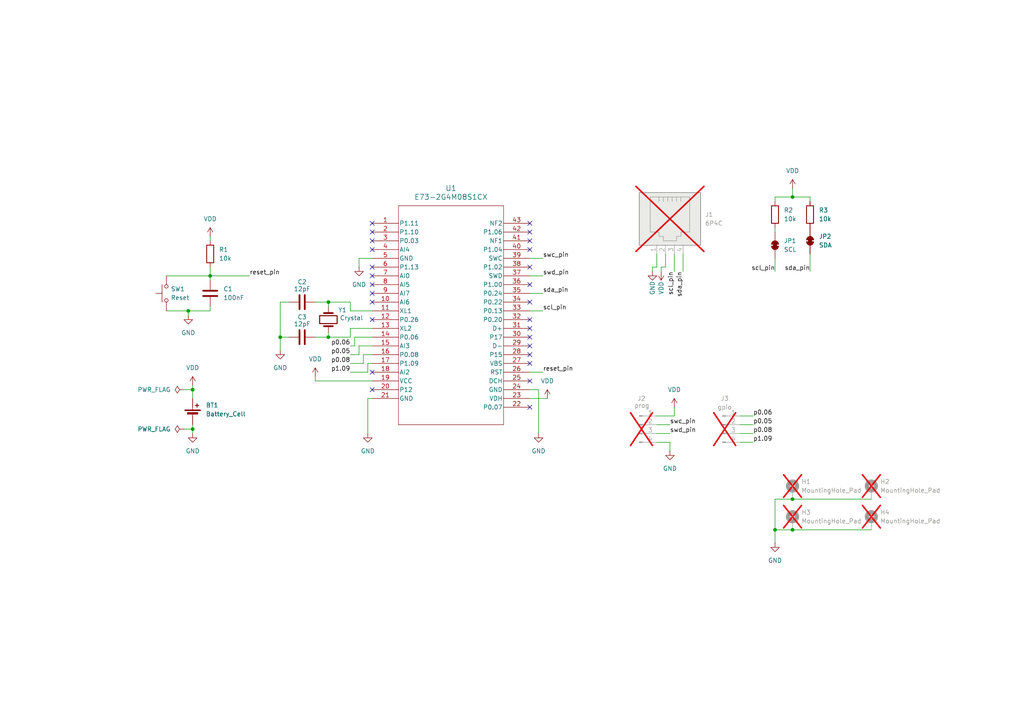
<source format=kicad_sch>
(kicad_sch (version 20231120) (generator "eeschema") (generator_version "8.0")
  (paper "A4")
  (lib_symbols
    (symbol "Connector:6P4C" (pin_names (offset 1.016))
      (property "Reference" "J" (at -5.08 11.43 0))
      (property "Value" "6P4C" (at 2.54 11.43 0))
      (symbol "6P4C_0_1"
        (polyline (pts (xy -6.35 -1.905) (xy -5.08 -1.905) (xy -5.08 -1.905)))
        (polyline (pts (xy -6.35 -0.635) (xy -5.08 -0.635) (xy -5.08 -0.635)))
        (polyline (pts (xy -6.35 0.635) (xy -5.08 0.635) (xy -5.08 0.635)))
        (polyline (pts (xy -6.35 1.905) (xy -5.08 1.905) (xy -5.08 1.905)))
        (polyline (pts (xy -6.35 3.175) (xy -5.08 3.175) (xy -5.08 3.175)))
        (polyline (pts (xy -5.08 4.445) (xy -6.35 4.445) (xy -6.35 4.445)))
        (polyline (pts (xy -6.35 -4.445) (xy -6.35 6.985) (xy 3.81 6.985) (xy 3.81 4.445) (xy 5.08 4.445) (xy 5.08 3.175) (xy 6.35 3.175) (xy 6.35 -0.635) (xy 5.08 -0.635) (xy 5.08 -1.905) (xy 3.81 -1.905) (xy 3.81 -4.445) (xy -6.35 -4.445) (xy -6.35 -4.445)))
        (rectangle (start 7.62 10.16) (end -7.62 -7.62) (stroke (width 0.254)) (fill (type background)))
      )
      (symbol "6P4C_1_1"
        (pin passive line (at 10.16 -2.54 180) (length 2.54) (name "~") (number "1"))
        (pin passive line (at 10.16 0 180) (length 2.54) (name "~") (number "2"))
        (pin passive line (at 10.16 2.54 180) (length 2.54) (name "~") (number "3"))
        (pin passive line (at 10.16 5.08 180) (length 2.54) (name "~") (number "4"))
      )
    )
    (symbol "Connector:Conn_01x04_Pin" (pin_names (offset 1.016) hide)
      (property "Reference" "J" (at 0 5.08 0))
      (property "Value" "Conn_01x04_Pin" (at 0 -7.62 0))
      (symbol "Conn_01x04_Pin_1_1"
        (polyline (pts (xy 1.27 -5.08) (xy 0.8636 -5.08)) (stroke (width 0.1524)))
        (polyline (pts (xy 1.27 -2.54) (xy 0.8636 -2.54)) (stroke (width 0.1524)))
        (polyline (pts (xy 1.27 0) (xy 0.8636 0)) (stroke (width 0.1524)))
        (polyline (pts (xy 1.27 2.54) (xy 0.8636 2.54)) (stroke (width 0.1524)))
        (rectangle (start 0.8636 -4.953) (end 0 -5.207) (stroke (width 0.1524)) (fill (type outline)))
        (rectangle (start 0.8636 -2.413) (end 0 -2.667) (stroke (width 0.1524)) (fill (type outline)))
        (rectangle (start 0.8636 0.127) (end 0 -0.127) (stroke (width 0.1524)) (fill (type outline)))
        (rectangle (start 0.8636 2.667) (end 0 2.413) (stroke (width 0.1524)) (fill (type outline)))
        (pin passive line (at 5.08 2.54 180) (length 3.81) (name "Pin_1") (number "1"))
        (pin passive line (at 5.08 0 180) (length 3.81) (name "Pin_2") (number "2"))
        (pin passive line (at 5.08 -2.54 180) (length 3.81) (name "Pin_3") (number "3"))
        (pin passive line (at 5.08 -5.08 180) (length 3.81) (name "Pin_4") (number "4"))
      )
    )
    (symbol "Device:Battery_Cell" (pin_numbers hide) (pin_names (offset 0) hide)
      (property "Reference" "BT" (at 2.54 2.54 0))
      (property "Value" "Battery_Cell" (at 2.54 0 0))
      (symbol "Battery_Cell_0_1"
        (rectangle (start -2.286 1.778) (end 2.286 1.524) (fill (type outline)))
        (rectangle (start -1.524 1.016) (end 1.524 0.508) (fill (type outline)))
        (polyline (pts (xy 0 0.762) (xy 0 0)))
        (polyline (pts (xy 0 1.778) (xy 0 2.54)))
        (polyline (pts (xy 0.762 3.048) (xy 1.778 3.048)) (stroke (width 0.254)))
        (polyline (pts (xy 1.27 3.556) (xy 1.27 2.54)) (stroke (width 0.254)))
      )
      (symbol "Battery_Cell_1_1"
        (pin passive line (at 0 5.08 270) (length 2.54) (name "+") (number "1"))
        (pin passive line (at 0 -2.54 90) (length 2.54) (name "-") (number "2"))
      )
    )
    (symbol "Device:C" (pin_numbers hide) (pin_names (offset 0.254))
      (property "Reference" "C" (at 0.635 2.54 0))
      (property "Value" "C" (at 0.635 -2.54 0))
      (symbol "C_0_1"
        (polyline (pts (xy -2.032 -0.762) (xy 2.032 -0.762)) (stroke (width 0.508)))
        (polyline (pts (xy -2.032 0.762) (xy 2.032 0.762)) (stroke (width 0.508)))
      )
      (symbol "C_1_1"
        (pin passive line (at 0 3.81 270) (length 2.794) (name "~") (number "1"))
        (pin passive line (at 0 -3.81 90) (length 2.794) (name "~") (number "2"))
      )
    )
    (symbol "Device:Crystal" (pin_numbers hide) (pin_names (offset 1.016) hide)
      (property "Reference" "Y" (at 0 3.81 0))
      (property "Value" "Crystal" (at 0 -3.81 0))
      (symbol "Crystal_0_1"
        (rectangle (start -1.143 2.54) (end 1.143 -2.54) (stroke (width 0.3048)))
        (polyline (pts (xy -2.54 0) (xy -1.905 0)))
        (polyline (pts (xy -1.905 -1.27) (xy -1.905 1.27)) (stroke (width 0.508)))
        (polyline (pts (xy 1.905 -1.27) (xy 1.905 1.27)) (stroke (width 0.508)))
        (polyline (pts (xy 2.54 0) (xy 1.905 0)))
      )
      (symbol "Crystal_1_1"
        (pin passive line (at -3.81 0 0) (length 1.27) (name "1") (number "1"))
        (pin passive line (at 3.81 0 180) (length 1.27) (name "2") (number "2"))
      )
    )
    (symbol "Device:R" (pin_numbers hide) (pin_names (offset 0))
      (property "Reference" "R" (at 2.032 0 90))
      (property "Value" "R" (at 0 0 90))
      (symbol "R_0_1"
        (rectangle (start -1.016 -2.54) (end 1.016 2.54) (stroke (width 0.254)))
      )
      (symbol "R_1_1"
        (pin passive line (at 0 3.81 270) (length 1.27) (name "~") (number "1"))
        (pin passive line (at 0 -3.81 90) (length 1.27) (name "~") (number "2"))
      )
    )
    (symbol "Jumper:SolderJumper_2_Bridged" (pin_numbers hide) (pin_names (offset 0) hide) (exclude_from_sim yes) (in_bom no)
      (property "Reference" "JP" (at 0 2.032 0))
      (property "Value" "SolderJumper_2_Bridged" (at 0 -2.54 0))
      (symbol "SolderJumper_2_Bridged_0_1"
        (rectangle (start -0.508 0.508) (end 0.508 -0.508) (fill (type outline)))
        (arc (start -0.254 1.016) (mid -1.2656 0) (end -0.254 -1.016))
        (arc (start -0.254 1.016) (mid -1.2656 0) (end -0.254 -1.016) (fill (type outline)))
        (polyline (pts (xy -0.254 1.016) (xy -0.254 -1.016)))
        (polyline (pts (xy 0.254 1.016) (xy 0.254 -1.016)))
        (arc (start 0.254 -1.016) (mid 1.2656 0) (end 0.254 1.016))
        (arc (start 0.254 -1.016) (mid 1.2656 0) (end 0.254 1.016) (fill (type outline)))
      )
      (symbol "SolderJumper_2_Bridged_1_1"
        (pin passive line (at -3.81 0 0) (length 2.54) (name "A") (number "1"))
        (pin passive line (at 3.81 0 180) (length 2.54) (name "B") (number "2"))
      )
    )
    (symbol "Mechanical:MountingHole_Pad" (pin_numbers hide) (pin_names (offset 1.016) hide) (exclude_from_sim yes) (in_bom no)
      (property "Reference" "H" (at 0 6.35 0))
      (property "Value" "MountingHole_Pad" (at 0 4.445 0))
      (symbol "MountingHole_Pad_0_1"
        (circle (center 0 1.27) (radius 1.27) (stroke (width 1.27)))
      )
      (symbol "MountingHole_Pad_1_1"
        (pin input line (at 0 -2.54 90) (length 2.54) (name "1") (number "1"))
      )
    )
    (symbol "Switch:SW_Push" (pin_numbers hide) (pin_names (offset 1.016) hide)
      (property "Reference" "SW" (at 1.27 2.54 0))
      (property "Value" "SW_Push" (at 0 -1.524 0))
      (symbol "SW_Push_0_1"
        (circle (center -2.032 0) (radius 0.508))
        (polyline (pts (xy 0 1.27) (xy 0 3.048)))
        (polyline (pts (xy 2.54 1.27) (xy -2.54 1.27)))
        (circle (center 2.032 0) (radius 0.508))
        (pin passive line (at -5.08 0 0) (length 2.54) (name "1") (number "1"))
        (pin passive line (at 5.08 0 180) (length 2.54) (name "2") (number "2"))
      )
    )
    (symbol "Tempsys:E73-2G4M08S1CX" (pin_names (offset 0.254))
      (property "Reference" "U" (at 22.86 10.16 0))
      (property "Value" "E73-2G4M08S1CX" (at 22.86 7.62 0))
      (symbol "E73-2G4M08S1CX_0_1"
        (polyline (pts (xy 7.62 -58.42) (xy 38.1 -58.42)) (stroke (width 0.127)))
        (polyline (pts (xy 7.62 5.08) (xy 7.62 -58.42)) (stroke (width 0.127)))
        (polyline (pts (xy 38.1 -58.42) (xy 38.1 5.08)) (stroke (width 0.127)))
        (polyline (pts (xy 38.1 5.08) (xy 7.62 5.08)) (stroke (width 0.127)))
        (pin bidirectional line (at 0 0 0) (length 7.62) (name "P1.11") (number "1"))
        (pin bidirectional line (at 0 -22.86 0) (length 7.62) (name "AI6") (number "10"))
        (pin bidirectional line (at 0 -25.4 0) (length 7.62) (name "XL1") (number "11"))
        (pin bidirectional line (at 0 -27.94 0) (length 7.62) (name "P0.26") (number "12"))
        (pin bidirectional line (at 0 -30.48 0) (length 7.62) (name "XL2") (number "13"))
        (pin bidirectional line (at 0 -33.02 0) (length 7.62) (name "P0.06") (number "14"))
        (pin bidirectional line (at 0 -35.56 0) (length 7.62) (name "AI3") (number "15"))
        (pin bidirectional line (at 0 -38.1 0) (length 7.62) (name "P0.08") (number "16"))
        (pin bidirectional line (at 0 -40.64 0) (length 7.62) (name "P1.09") (number "17"))
        (pin bidirectional line (at 0 -43.18 0) (length 7.62) (name "AI2") (number "18"))
        (pin power_in line (at 0 -45.72 0) (length 7.62) (name "VCC") (number "19"))
        (pin bidirectional line (at 0 -2.54 0) (length 7.62) (name "P1.10") (number "2"))
        (pin bidirectional line (at 0 -48.26 0) (length 7.62) (name "P12") (number "20"))
        (pin power_in line (at 0 -50.8 0) (length 7.62) (name "GND") (number "21"))
        (pin bidirectional line (at 45.72 -53.34 180) (length 7.62) (name "P0.07") (number "22"))
        (pin power_in line (at 45.72 -50.8 180) (length 7.62) (name "VDH") (number "23"))
        (pin power_in line (at 45.72 -48.26 180) (length 7.62) (name "GND") (number "24"))
        (pin power_in line (at 45.72 -45.72 180) (length 7.62) (name "DCH") (number "25"))
        (pin bidirectional line (at 45.72 -43.18 180) (length 7.62) (name "RST") (number "26"))
        (pin power_in line (at 45.72 -40.64 180) (length 7.62) (name "VBS") (number "27"))
        (pin bidirectional line (at 45.72 -38.1 180) (length 7.62) (name "P15") (number "28"))
        (pin bidirectional line (at 45.72 -35.56 180) (length 7.62) (name "D-") (number "29"))
        (pin bidirectional line (at 0 -5.08 0) (length 7.62) (name "P0.03") (number "3"))
        (pin bidirectional line (at 45.72 -33.02 180) (length 7.62) (name "P17") (number "30"))
        (pin bidirectional line (at 45.72 -30.48 180) (length 7.62) (name "D+") (number "31"))
        (pin bidirectional line (at 45.72 -27.94 180) (length 7.62) (name "P0.20") (number "32"))
        (pin bidirectional line (at 45.72 -25.4 180) (length 7.62) (name "P0.13") (number "33"))
        (pin bidirectional line (at 45.72 -22.86 180) (length 7.62) (name "P0.22") (number "34"))
        (pin bidirectional line (at 45.72 -20.32 180) (length 7.62) (name "P0.24") (number "35"))
        (pin bidirectional line (at 45.72 -17.78 180) (length 7.62) (name "P1.00") (number "36"))
        (pin bidirectional line (at 45.72 -15.24 180) (length 7.62) (name "SWD") (number "37"))
        (pin bidirectional line (at 45.72 -12.7 180) (length 7.62) (name "P1.02") (number "38"))
        (pin bidirectional line (at 45.72 -10.16 180) (length 7.62) (name "SWC") (number "39"))
        (pin bidirectional line (at 0 -7.62 0) (length 7.62) (name "AI4") (number "4"))
        (pin bidirectional line (at 45.72 -7.62 180) (length 7.62) (name "P1.04") (number "40"))
        (pin bidirectional line (at 45.72 -5.08 180) (length 7.62) (name "NF1") (number "41"))
        (pin bidirectional line (at 45.72 -2.54 180) (length 7.62) (name "P1.06") (number "42"))
        (pin bidirectional line (at 45.72 0 180) (length 7.62) (name "NF2") (number "43"))
        (pin power_in line (at 0 -10.16 0) (length 7.62) (name "GND") (number "5"))
        (pin bidirectional line (at 0 -12.7 0) (length 7.62) (name "P1.13") (number "6"))
        (pin bidirectional line (at 0 -15.24 0) (length 7.62) (name "AI0") (number "7"))
        (pin bidirectional line (at 0 -17.78 0) (length 7.62) (name "AI5") (number "8"))
        (pin bidirectional line (at 0 -20.32 0) (length 7.62) (name "AI7") (number "9"))
      )
    )
    (symbol "power:GND" (power) (pin_numbers hide) (pin_names (offset 0) hide)
      (property "Value" "GND" (at 0 -3.81 0))
      (symbol "GND_0_1"
        (polyline (pts (xy 0 0) (xy 0 -1.27) (xy 1.27 -1.27) (xy 0 -2.54) (xy -1.27 -1.27) (xy 0 -1.27)))
      )
      (symbol "GND_1_1"
        (pin power_in line (at 0 0 270) (length 0) (name "~") (number "1"))
      )
    )
    (symbol "power:PWR_FLAG" (power) (pin_numbers hide) (pin_names (offset 0) hide)
      (property "Value" "PWR_FLAG" (at 0 3.81 0))
      (symbol "PWR_FLAG_0_0"
        (pin power_out line (at 0 0 90) (length 0) (name "~") (number "1"))
      )
      (symbol "PWR_FLAG_0_1"
        (polyline (pts (xy 0 0) (xy 0 1.27) (xy -1.016 1.905) (xy 0 2.54) (xy 1.016 1.905) (xy 0 1.27)))
      )
    )
    (symbol "power:VCC" (power) (pin_numbers hide) (pin_names (offset 0) hide)
      (property "Value" "VCC" (at 0 3.556 0))
      (symbol "VCC_0_1"
        (polyline (pts (xy -0.762 1.27) (xy 0 2.54)))
        (polyline (pts (xy 0 0) (xy 0 2.54)))
        (polyline (pts (xy 0 2.54) (xy 0.762 1.27)))
      )
      (symbol "VCC_1_1"
        (pin power_in line (at 0 0 90) (length 0) (name "~") (number "1"))
      )
    )
    (symbol "power:VDD" (power) (pin_numbers hide) (pin_names (offset 0) hide)
      (property "Value" "VDD" (at 0 3.556 0))
      (symbol "VDD_0_1"
        (polyline (pts (xy -0.762 1.27) (xy 0 2.54)))
        (polyline (pts (xy 0 0) (xy 0 2.54)))
        (polyline (pts (xy 0 2.54) (xy 0.762 1.27)))
      )
      (symbol "VDD_1_1"
        (pin power_in line (at 0 0 90) (length 0) (name "~") (number "1"))
      )
    )
  )
  (junction (at 229.87 57.15))
  (junction (at 54.61 90.17))
  (junction (at 55.88 124.46))
  (junction (at 55.88 113.03))
  (junction (at 81.28 97.79))
  (junction (at 229.87 144.78))
  (junction (at 60.96 80.01))
  (junction (at 229.87 153.67))
  (junction (at 224.79 153.67))
  (junction (at 95.25 87.63))
  (junction (at 95.25 97.79))
  (no_connect (at 153.67 87.63))
  (no_connect (at 153.67 97.79))
  (no_connect (at 107.95 82.55))
  (no_connect (at 107.95 77.47))
  (no_connect (at 153.67 92.71))
  (no_connect (at 107.95 113.03))
  (no_connect (at 107.95 92.71))
  (no_connect (at 153.67 105.41))
  (no_connect (at 153.67 67.31))
  (no_connect (at 153.67 102.87))
  (no_connect (at 153.67 95.25))
  (no_connect (at 153.67 64.77))
  (no_connect (at 153.67 118.11))
  (no_connect (at 153.67 82.55))
  (no_connect (at 107.95 67.31))
  (no_connect (at 107.95 87.63))
  (no_connect (at 153.67 72.39))
  (no_connect (at 153.67 110.49))
  (no_connect (at 107.95 107.95))
  (no_connect (at 107.95 72.39))
  (no_connect (at 153.67 100.33))
  (no_connect (at 153.67 69.85))
  (no_connect (at 153.67 77.47))
  (no_connect (at 107.95 64.77))
  (no_connect (at 107.95 80.01))
  (no_connect (at 107.95 85.09))
  (no_connect (at 107.95 69.85))
  (wire (pts (xy 195.58 120.65) (xy 195.58 118.11)))
  (wire (pts (xy 189.23 77.47) (xy 189.23 78.74)))
  (wire (pts (xy 234.95 57.15) (xy 234.95 58.42)))
  (wire (pts (xy 48.26 80.01) (xy 60.96 80.01)))
  (wire (pts (xy 81.28 87.63) (xy 83.82 87.63)))
  (wire (pts (xy 224.79 57.15) (xy 229.87 57.15)))
  (wire (pts (xy 214.63 125.73) (xy 218.44 125.73)))
  (wire (pts (xy 189.23 77.47) (xy 190.5 77.47)))
  (wire (pts (xy 54.61 90.17) (xy 54.61 91.44)))
  (wire (pts (xy 106.68 105.41) (xy 107.95 105.41)))
  (wire (pts (xy 95.25 87.63) (xy 101.6 87.63)))
  (wire (pts (xy 229.87 57.15) (xy 229.87 54.61)))
  (wire (pts (xy 106.68 115.57) (xy 106.68 125.73)))
  (wire (pts (xy 101.6 100.33) (xy 102.87 100.33)))
  (wire (pts (xy 55.88 124.46) (xy 55.88 125.73)))
  (wire (pts (xy 60.96 68.58) (xy 60.96 69.85)))
  (wire (pts (xy 55.88 123.19) (xy 55.88 124.46)))
  (wire (pts (xy 81.28 87.63) (xy 81.28 97.79)))
  (wire (pts (xy 229.87 153.67) (xy 252.73 153.67)))
  (wire (pts (xy 198.12 73.66) (xy 198.12 78.74)))
  (wire (pts (xy 107.95 74.93) (xy 104.14 74.93)))
  (wire (pts (xy 101.6 95.25) (xy 107.95 95.25)))
  (wire (pts (xy 224.79 57.15) (xy 224.79 58.42)))
  (wire (pts (xy 153.67 107.95) (xy 157.48 107.95)))
  (wire (pts (xy 48.26 90.17) (xy 54.61 90.17)))
  (wire (pts (xy 194.31 125.73) (xy 190.5 125.73)))
  (wire (pts (xy 95.25 87.63) (xy 95.25 88.9)))
  (wire (pts (xy 101.6 97.79) (xy 101.6 95.25)))
  (wire (pts (xy 55.88 113.03) (xy 55.88 115.57)))
  (wire (pts (xy 153.67 115.57) (xy 158.75 115.57)))
  (wire (pts (xy 214.63 120.65) (xy 218.44 120.65)))
  (wire (pts (xy 214.63 123.19) (xy 218.44 123.19)))
  (wire (pts (xy 153.67 113.03) (xy 156.21 113.03)))
  (wire (pts (xy 91.44 87.63) (xy 95.25 87.63)))
  (wire (pts (xy 60.96 77.47) (xy 60.96 80.01)))
  (wire (pts (xy 101.6 107.95) (xy 106.68 107.95)))
  (wire (pts (xy 107.95 110.49) (xy 91.44 110.49)))
  (wire (pts (xy 54.61 90.17) (xy 60.96 90.17)))
  (wire (pts (xy 81.28 97.79) (xy 83.82 97.79)))
  (wire (pts (xy 224.79 66.04) (xy 224.79 67.31)))
  (wire (pts (xy 153.67 85.09) (xy 157.48 85.09)))
  (wire (pts (xy 153.67 90.17) (xy 157.48 90.17)))
  (wire (pts (xy 224.79 153.67) (xy 224.79 157.48)))
  (wire (pts (xy 95.25 96.52) (xy 95.25 97.79)))
  (wire (pts (xy 81.28 97.79) (xy 81.28 101.6)))
  (wire (pts (xy 224.79 144.78) (xy 224.79 153.67)))
  (wire (pts (xy 191.77 77.47) (xy 191.77 78.74)))
  (wire (pts (xy 55.88 111.76) (xy 55.88 113.03)))
  (wire (pts (xy 91.44 97.79) (xy 95.25 97.79)))
  (wire (pts (xy 194.31 123.19) (xy 190.5 123.19)))
  (wire (pts (xy 234.95 73.66) (xy 234.95 78.74)))
  (wire (pts (xy 191.77 77.47) (xy 193.04 77.47)))
  (wire (pts (xy 234.95 57.15) (xy 229.87 57.15)))
  (wire (pts (xy 105.41 105.41) (xy 105.41 102.87)))
  (wire (pts (xy 101.6 105.41) (xy 105.41 105.41)))
  (wire (pts (xy 104.14 100.33) (xy 107.95 100.33)))
  (wire (pts (xy 53.34 124.46) (xy 55.88 124.46)))
  (wire (pts (xy 101.6 87.63) (xy 101.6 90.17)))
  (wire (pts (xy 195.58 73.66) (xy 195.58 78.74)))
  (wire (pts (xy 195.58 120.65) (xy 190.5 120.65)))
  (wire (pts (xy 153.67 74.93) (xy 157.48 74.93)))
  (wire (pts (xy 105.41 102.87) (xy 107.95 102.87)))
  (wire (pts (xy 190.5 77.47) (xy 190.5 73.66)))
  (wire (pts (xy 224.79 153.67) (xy 229.87 153.67)))
  (wire (pts (xy 102.87 100.33) (xy 102.87 97.79)))
  (wire (pts (xy 101.6 90.17) (xy 107.95 90.17)))
  (wire (pts (xy 91.44 110.49) (xy 91.44 109.22)))
  (wire (pts (xy 193.04 77.47) (xy 193.04 73.66)))
  (wire (pts (xy 104.14 74.93) (xy 104.14 77.47)))
  (wire (pts (xy 229.87 144.78) (xy 224.79 144.78)))
  (wire (pts (xy 60.96 80.01) (xy 72.39 80.01)))
  (wire (pts (xy 153.67 80.01) (xy 157.48 80.01)))
  (wire (pts (xy 60.96 80.01) (xy 60.96 81.28)))
  (wire (pts (xy 194.31 128.27) (xy 190.5 128.27)))
  (wire (pts (xy 106.68 115.57) (xy 107.95 115.57)))
  (wire (pts (xy 95.25 97.79) (xy 101.6 97.79)))
  (wire (pts (xy 229.87 144.78) (xy 252.73 144.78)))
  (wire (pts (xy 224.79 74.93) (xy 224.79 78.74)))
  (wire (pts (xy 101.6 102.87) (xy 104.14 102.87)))
  (wire (pts (xy 104.14 102.87) (xy 104.14 100.33)))
  (wire (pts (xy 214.63 128.27) (xy 218.44 128.27)))
  (wire (pts (xy 106.68 107.95) (xy 106.68 105.41)))
  (wire (pts (xy 53.34 113.03) (xy 55.88 113.03)))
  (wire (pts (xy 194.31 130.81) (xy 194.31 128.27)))
  (wire (pts (xy 102.87 97.79) (xy 107.95 97.79)))
  (wire (pts (xy 60.96 88.9) (xy 60.96 90.17)))
  (wire (pts (xy 156.21 113.03) (xy 156.21 125.73)))
  (label "scl_pin" (at 195.58 78.74 270))
  (label "scl_pin" (at 157.48 90.17 0))
  (label "p0.08" (at 218.44 125.73 0))
  (label "p0.08" (at 101.6 105.41 180))
  (label "p0.06" (at 218.44 120.65 0))
  (label "p0.06" (at 101.6 100.33 180))
  (label "p0.05" (at 218.44 123.19 0))
  (label "swd_pin" (at 157.48 80.01 0))
  (label "reset_pin" (at 157.48 107.95 0))
  (label "swc_pin" (at 157.48 74.93 0))
  (label "p0.05" (at 101.6 102.87 180))
  (label "p1.09" (at 218.44 128.27 0))
  (label "swd_pin" (at 194.31 125.73 0))
  (label "sda_pin" (at 198.12 78.74 270))
  (label "p1.09" (at 101.6 107.95 180))
  (label "scl_pin" (at 224.79 78.74 180))
  (label "sda_pin" (at 157.48 85.09 0))
  (label "reset_pin" (at 72.39 80.01 0))
  (label "swc_pin" (at 194.31 123.19 0))
  (label "sda_pin" (at 234.95 78.74 180))
  (symbol (lib_id "Mechanical:MountingHole_Pad") (at 229.87 151.13 0) (unit 1) (exclude_from_sim yes) (in_bom no) (dnp yes)
    (property "Reference" "H3" (at 232.41 148.5899 0) (effects (justify left)))
    (property "Value" "MountingHole_Pad" (at 232.41 151.1299 0) (effects (justify left)))
    (property "Footprint" "MountingHole:MountingHole_2.2mm_M2_ISO7380_Pad" (effects (hide yes)))
    (property "Description" "Mounting Hole with connection" (effects (hide yes)))
  )
  (symbol (lib_id "power:VDD") (at 158.75 115.57 0) (unit 1)
    (property "Reference" "#PWR05" (effects (hide yes)))
    (property "Value" "VDD" (at 158.75 110.49 0))
    (property "Description" "Power symbol creates a global label with name \"VDD\"" (effects (hide yes)))
  )
  (symbol (lib_id "Tempsys:E73-2G4M08S1CX") (at 107.95 64.77 0) (unit 1)
    (property "Reference" "U1" (at 130.81 54.61 0) (effects (font (size 1.524 1.524))))
    (property "Value" "E73-2G4M08S1CX" (at 130.81 57.15 0) (effects (font (size 1.524 1.524))))
    (property "Footprint" "Tempsys2:E73(2G4M08S1C)" (effects (hide yes)))
    (property "Datasheet" "E73-2G4M08S1CX" (effects (hide yes)))
    (property "LCSC" "C356849" (effects (hide yes)))
  )
  (symbol (lib_id "power:GND") (at 81.28 101.6 0) (unit 1)
    (property "Reference" "#PWR014" (effects (hide yes)))
    (property "Value" "GND" (at 81.28 106.68 0))
    (property "Description" "Power symbol creates a global label with name \"GND\" , ground" (effects (hide yes)))
  )
  (symbol (lib_id "Connector:6P4C") (at 193.04 63.5 270) (unit 1) (dnp yes)
    (property "Reference" "J1" (at 204.47 62.2299 90) (effects (justify left)))
    (property "Value" "6P4C" (at 204.47 64.7699 90) (effects (justify left)))
    (property "Footprint" "Tempsys:438600003" (effects (hide yes)))
    (property "Description" "RJ connector, 6P4C (6 positions 4 connected), RJ13/RJ14" (effects (hide yes)))
    (property "LCSC" "C77856" (effects (hide yes)))
  )
  (symbol (lib_id "Device:C") (at 87.63 87.63 270) (unit 1)
    (property "Reference" "C2" (at 87.63 81.788 90))
    (property "Value" "12pF" (at 87.63 83.82 90))
    (property "Footprint" "Capacitor_SMD:C_0402_1005Metric" (effects (hide yes)))
    (property "Description" "Unpolarized capacitor" (effects (hide yes)))
    (property "LCSC" "C1547" (effects (hide yes)))
  )
  (symbol (lib_id "power:VDD") (at 191.77 78.74 180) (unit 1)
    (property "Reference" "#PWR08" (effects (hide yes)))
    (property "Value" "VDD" (at 191.77 83.566 90))
    (property "Description" "Power symbol creates a global label with name \"VDD\"" (effects (hide yes)))
  )
  (symbol (lib_id "power:VDD") (at 55.88 111.76 0) (unit 1)
    (property "Reference" "#PWR02" (effects (hide yes)))
    (property "Value" "VDD" (at 55.88 106.68 0))
    (property "Description" "Power symbol creates a global label with name \"VDD\"" (effects (hide yes)))
  )
  (symbol (lib_id "power:VDD") (at 229.87 54.61 0) (unit 1)
    (property "Reference" "#PWR016" (effects (hide yes)))
    (property "Value" "VDD" (at 229.87 49.53 0))
    (property "Description" "Power symbol creates a global label with name \"VDD\"" (effects (hide yes)))
  )
  (symbol (lib_id "power:GND") (at 104.14 77.47 0) (unit 1)
    (property "Reference" "#PWR09" (effects (hide yes)))
    (property "Value" "GND" (at 104.14 82.55 0))
    (property "Description" "Power symbol creates a global label with name \"GND\" , ground" (effects (hide yes)))
  )
  (symbol (lib_id "Device:C") (at 60.96 85.09 0) (unit 1)
    (property "Reference" "C1" (at 64.77 83.8199 0) (effects (justify left)))
    (property "Value" "100nF" (at 64.77 86.3599 0) (effects (justify left)))
    (property "Footprint" "Capacitor_SMD:C_0402_1005Metric" (effects (hide yes)))
    (property "Description" "Unpolarized capacitor" (effects (hide yes)))
    (property "LCSC" "C1525" (effects (hide yes)))
  )
  (symbol (lib_id "power:VCC") (at 60.96 68.58 0) (unit 1)
    (property "Reference" "#PWR013" (effects (hide yes)))
    (property "Value" "VDD" (at 60.96 63.5 0))
    (property "Description" "Power symbol creates a global label with name \"VCC\"" (effects (hide yes)))
  )
  (symbol (lib_id "Switch:SW_Push") (at 48.26 85.09 90) (unit 1)
    (property "Reference" "SW1" (at 49.53 83.8199 90) (effects (justify right)))
    (property "Value" "Reset" (at 49.53 86.3599 90) (effects (justify right)))
    (property "Footprint" "Button_Switch_SMD:SW_Push_1P1T_XKB_TS-1187A" (effects (hide yes)))
    (property "Description" "Push button switch, generic, two pins" (effects (hide yes)))
    (property "LCSC" "C318884" (effects (hide yes)))
  )
  (symbol (lib_id "Connector:Conn_01x04_Pin") (at 209.55 123.19 0) (unit 1) (dnp yes)
    (property "Reference" "J3" (at 210.185 115.57 0))
    (property "Value" "gpio" (at 210.185 118.11 0))
    (property "Footprint" "Connector_PinHeader_2.54mm:PinHeader_1x04_P2.54mm_Vertical" (effects (hide yes)))
    (property "Description" "Generic connector, single row, 01x04, script generated" (effects (hide yes)))
  )
  (symbol (lib_id "power:GND") (at 106.68 125.73 0) (unit 1)
    (property "Reference" "#PWR03" (effects (hide yes)))
    (property "Value" "GND" (at 106.68 130.81 0))
    (property "Description" "Power symbol creates a global label with name \"GND\" , ground" (effects (hide yes)))
  )
  (symbol (lib_id "Device:R") (at 224.79 62.23 0) (unit 1)
    (property "Reference" "R2" (at 227.33 60.9599 0) (effects (justify left)))
    (property "Value" "10k" (at 227.33 63.4999 0) (effects (justify left)))
    (property "Footprint" "Resistor_SMD:R_0402_1005Metric" (effects (hide yes)))
    (property "Description" "Resistor" (effects (hide yes)))
    (property "LCSC" "C25744" (effects (hide yes)))
  )
  (symbol (lib_id "Mechanical:MountingHole_Pad") (at 252.73 151.13 0) (unit 1) (exclude_from_sim yes) (in_bom no) (dnp yes)
    (property "Reference" "H4" (at 255.27 148.5899 0) (effects (justify left)))
    (property "Value" "MountingHole_Pad" (at 255.27 151.1299 0) (effects (justify left)))
    (property "Footprint" "MountingHole:MountingHole_2.2mm_M2_ISO7380_Pad" (effects (hide yes)))
    (property "Description" "Mounting Hole with connection" (effects (hide yes)))
  )
  (symbol (lib_id "power:VDD") (at 91.44 109.22 0) (unit 1)
    (property "Reference" "#PWR04" (effects (hide yes)))
    (property "Value" "VDD" (at 91.44 104.14 0))
    (property "Description" "Power symbol creates a global label with name \"VDD\"" (effects (hide yes)))
  )
  (symbol (lib_id "Jumper:SolderJumper_2_Bridged") (at 224.79 71.12 90) (unit 1) (exclude_from_sim yes) (in_bom no)
    (property "Reference" "JP1" (at 227.33 69.8499 90) (effects (justify right)))
    (property "Value" "SCL" (at 227.33 72.3899 90) (effects (justify right)))
    (property "Footprint" "Jumper:SolderJumper-2_P1.3mm_Bridged_RoundedPad1.0x1.5mm" (effects (hide yes)))
    (property "Description" "Solder Jumper, 2-pole, closed/bridged" (effects (hide yes)))
  )
  (symbol (lib_id "Device:R") (at 60.96 73.66 0) (unit 1)
    (property "Reference" "R1" (at 63.5 72.3899 0) (effects (justify left)))
    (property "Value" "10k" (at 63.5 74.9299 0) (effects (justify left)))
    (property "Footprint" "Resistor_SMD:R_0402_1005Metric" (effects (hide yes)))
    (property "Description" "Resistor" (effects (hide yes)))
    (property "LCSC" "C25744" (effects (hide yes)))
  )
  (symbol (lib_id "power:GND") (at 55.88 125.73 0) (unit 1)
    (property "Reference" "#PWR01" (effects (hide yes)))
    (property "Value" "GND" (at 55.88 130.81 0))
    (property "Description" "Power symbol creates a global label with name \"GND\" , ground" (effects (hide yes)))
  )
  (symbol (lib_id "Device:R") (at 234.95 62.23 0) (unit 1)
    (property "Reference" "R3" (at 237.49 60.9599 0) (effects (justify left)))
    (property "Value" "10k" (at 237.49 63.4999 0) (effects (justify left)))
    (property "Footprint" "Resistor_SMD:R_0402_1005Metric" (effects (hide yes)))
    (property "Description" "Resistor" (effects (hide yes)))
    (property "LCSC" "C25744" (effects (hide yes)))
  )
  (symbol (lib_id "power:VDD") (at 195.58 118.11 0) (unit 1)
    (property "Reference" "#PWR010" (effects (hide yes)))
    (property "Value" "VDD" (at 195.58 113.03 0))
    (property "Description" "Power symbol creates a global label with name \"VDD\"" (effects (hide yes)))
  )
  (symbol (lib_id "power:GND") (at 156.21 125.73 0) (unit 1)
    (property "Reference" "#PWR06" (effects (hide yes)))
    (property "Value" "GND" (at 156.21 130.81 0))
    (property "Description" "Power symbol creates a global label with name \"GND\" , ground" (effects (hide yes)))
  )
  (symbol (lib_id "power:PWR_FLAG") (at 53.34 124.46 90) (unit 1)
    (property "Reference" "#FLG02" (effects (hide yes)))
    (property "Value" "PWR_FLAG" (at 49.53 124.4599 90) (effects (justify left)))
    (property "Description" "Special symbol for telling ERC where power comes from" (effects (hide yes)))
  )
  (symbol (lib_id "Connector:Conn_01x04_Pin") (at 185.42 123.19 0) (unit 1) (dnp yes)
    (property "Reference" "J2" (at 186.055 115.57 0))
    (property "Value" "prog" (at 186.182 117.602 0))
    (property "Footprint" "Connector_PinHeader_2.54mm:PinHeader_1x04_P2.54mm_Vertical" (effects (hide yes)))
    (property "Description" "Generic connector, single row, 01x04, script generated" (effects (hide yes)))
  )
  (symbol (lib_id "Mechanical:MountingHole_Pad") (at 252.73 142.24 0) (unit 1) (exclude_from_sim yes) (in_bom no) (dnp yes)
    (property "Reference" "H2" (at 255.27 139.6999 0) (effects (justify left)))
    (property "Value" "MountingHole_Pad" (at 255.27 142.2399 0) (effects (justify left)))
    (property "Footprint" "MountingHole:MountingHole_2.2mm_M2_ISO7380_Pad" (effects (hide yes)))
    (property "Description" "Mounting Hole with connection" (effects (hide yes)))
  )
  (symbol (lib_id "Device:Crystal") (at 95.25 92.71 270) (unit 1)
    (property "Reference" "Y1" (at 98.044 89.916 90) (effects (justify left)))
    (property "Value" "Crystal" (at 98.552 92.202 90) (effects (justify left)))
    (property "Footprint" "Crystal:Crystal_SMD_3215-2Pin_3.2x1.5mm" (effects (hide yes)))
    (property "Description" "Two pin crystal" (effects (hide yes)))
    (property "LCSC" "C32346" (effects (hide yes)))
  )
  (symbol (lib_id "power:GND") (at 194.31 130.81 0) (unit 1)
    (property "Reference" "#PWR011" (effects (hide yes)))
    (property "Value" "GND" (at 194.31 135.89 0))
    (property "Description" "Power symbol creates a global label with name \"GND\" , ground" (effects (hide yes)))
  )
  (symbol (lib_id "power:GND") (at 224.79 157.48 0) (unit 1)
    (property "Reference" "#PWR015" (effects (hide yes)))
    (property "Value" "GND" (at 224.79 162.56 0))
    (property "Description" "Power symbol creates a global label with name \"GND\" , ground" (effects (hide yes)))
  )
  (symbol (lib_id "Jumper:SolderJumper_2_Bridged") (at 234.95 69.85 90) (unit 1) (exclude_from_sim yes) (in_bom no)
    (property "Reference" "JP2" (at 237.49 68.5799 90) (effects (justify right)))
    (property "Value" "SDA" (at 237.49 71.1199 90) (effects (justify right)))
    (property "Footprint" "Jumper:SolderJumper-2_P1.3mm_Bridged_RoundedPad1.0x1.5mm" (effects (hide yes)))
    (property "Description" "Solder Jumper, 2-pole, closed/bridged" (effects (hide yes)))
  )
  (symbol (lib_id "Mechanical:MountingHole_Pad") (at 229.87 142.24 0) (unit 1) (exclude_from_sim yes) (in_bom no) (dnp yes)
    (property "Reference" "H1" (at 232.41 139.6999 0) (effects (justify left)))
    (property "Value" "MountingHole_Pad" (at 232.41 142.2399 0) (effects (justify left)))
    (property "Footprint" "MountingHole:MountingHole_2.2mm_M2_ISO7380_Pad" (effects (hide yes)))
    (property "Description" "Mounting Hole with connection" (effects (hide yes)))
  )
  (symbol (lib_id "power:GND") (at 189.23 78.74 0) (unit 1)
    (property "Reference" "#PWR07" (effects (hide yes)))
    (property "Value" "GND" (at 189.23 83.566 90))
    (property "Description" "Power symbol creates a global label with name \"GND\" , ground" (effects (hide yes)))
  )
  (symbol (lib_id "power:PWR_FLAG") (at 53.34 113.03 90) (unit 1)
    (property "Reference" "#FLG01" (effects (hide yes)))
    (property "Value" "PWR_FLAG" (at 49.53 113.0299 90) (effects (justify left)))
    (property "Description" "Special symbol for telling ERC where power comes from" (effects (hide yes)))
  )
  (symbol (lib_id "power:GND") (at 54.61 91.44 0) (unit 1)
    (property "Reference" "#PWR012" (effects (hide yes)))
    (property "Value" "GND" (at 54.61 96.52 0))
    (property "Description" "Power symbol creates a global label with name \"GND\" , ground" (effects (hide yes)))
  )
  (symbol (lib_id "Device:Battery_Cell") (at 55.88 120.65 0) (unit 1)
    (property "Reference" "BT1" (at 59.69 117.5384 0) (effects (justify left)))
    (property "Value" "Battery_Cell" (at 59.69 120.0784 0) (effects (justify left)))
    (property "Footprint" "Tempsys:CR2032-BS-6-1" (effects (hide yes)))
    (property "LCSC" "C70377" (effects (hide yes)))
  )
  (symbol (lib_id "Device:C") (at 87.63 97.79 270) (unit 1)
    (property "Reference" "C3" (at 87.63 91.948 90))
    (property "Value" "12pF" (at 87.63 93.98 90))
    (property "Footprint" "Capacitor_SMD:C_0402_1005Metric" (effects (hide yes)))
    (property "Description" "Unpolarized capacitor" (effects (hide yes)))
    (property "LCSC" "C1547" (effects (hide yes)))
  )
)
</source>
